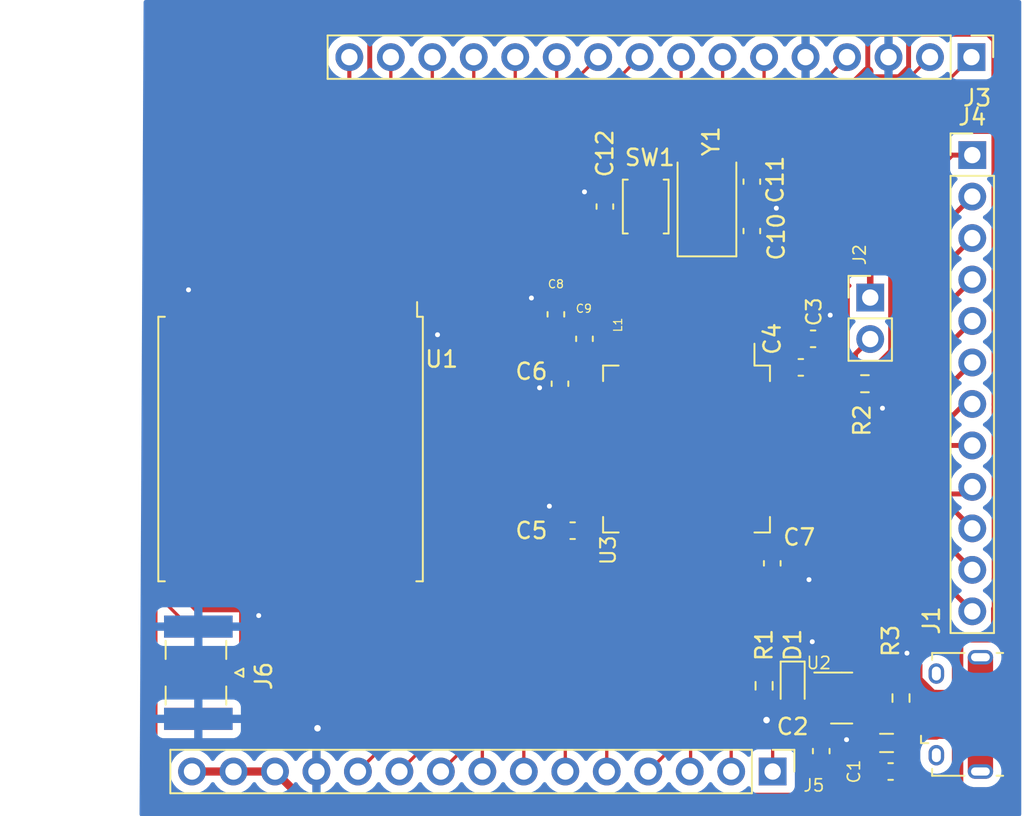
<source format=kicad_pcb>
(kicad_pcb (version 20211014) (generator pcbnew)
  (layers (0 "F.Cu" signal) (31 "B.Cu" signal) (34 "B.Paste" user) (35 "F.Paste" user) (36 "B.SilkS" user "B.Silkscreen") (37 "F.SilkS" user "F.Silkscreen") (38 "B.Mask" user) (39 "F.Mask" user) (44 "Edge.Cuts" user))
  (net 0 "")
  (net 1 "+3.3V")
  (net 2 "GND")
  (net 3 "+3.3VA")
  (net 4 "VCC")
  (net 5 "/RCC_OSC_IN")
  (net 6 "/RCC_OSC_OUT")
  (net 7 "RESET")
  (net 8 "Net-(D1-Pad1)")
  (net 9 "+5V")
  (net 10 "USB_D-")
  (net 11 "USB_D+")
  (net 14 "Net-(J2-Pad2)")
  (net 15 "PB8")
  (net 16 "PB9")
  (net 17 "VLCD")
  (net 18 "PC13")
  (net 19 "PC14")
  (net 20 "PC15")
  (net 21 "PC0")
  (net 22 "PC1")
  (net 23 "PC2")
  (net 24 "PC3")
  (net 25 "PA0")
  (net 26 "PA1")
  (net 27 "PA2")
  (net 28 "PA3")
  (net 29 "Net-(U1-Pad9)")
  (net 30 "SPI1_MISO")
  (net 31 "SPI1_MOSI")
  (net 32 "SPI1_SCK")
  (net 33 "RFM95_CS")
  (net 34 "RFM95_RESET")
  (net 35 "DIO5")
  (net 36 "DIO3")
  (net 37 "DIO4")
  (net 38 "DIO0")
  (net 39 "DIO1")
  (net 40 "DIO2")
  (net 41 "PB12")
  (net 42 "PB13")
  (net 43 "PB14")
  (net 44 "PB15")
  (net 45 "PC6")
  (net 46 "PC7")
  (net 47 "PC8")
  (net 48 "PC9")
  (net 49 "PA8")
  (net 50 "PA9")
  (net 51 "PA10")
  (net 52 "SWDIO")
  (net 53 "SWCLK")
  (net 54 "PA15")
  (net 55 "PC10")
  (net 56 "PC11")
  (net 57 "PC12")
  (net 58 "PD2")
  (net 59 "PB3")
  (net 60 "PB4")
  (net 61 "PB5")
  (net 62 "PB6")
  (net 63 "PB7")
  (footprint "Inductor_SMD:L_0805_2012Metric" (layer "F.Cu") (at 130.75 108 180)
    (fp_text reference "FB1" hide)
    (fp_text value "100R" hide)
  )
  (footprint "Capacitor_SMD:C_0603_1608Metric" (layer "F.Cu") (at 125.5 85)
    (fp_text reference "C4")
    (fp_text value "100n" hide)
  )
  (footprint "Package_QFP:LQFP-64_10x10mm_P0.5mm" (layer "F.Cu") (at 118.5 90 -90)
    (fp_text reference "U3")
    (fp_text value "STM32L053R8Tx" hide)
  )
  (footprint "Button_Switch_SMD:SW_SPST_B3U-1000P" (layer "F.Cu") (at 116 75.15 90)
    (fp_text reference "SW1")
    (fp_text value "SW_Push" hide)
  )
  (footprint "Capacitor_SMD:C_0603_1608Metric" (layer "F.Cu") (at 110.75 86 90)
    (fp_text reference "C6")
    (fp_text value "100n" hide)
  )
  (footprint "Capacitor_SMD:C_0603_1608Metric" (layer "F.Cu") (at 112.25 83.25 90)
    (fp_text reference "C9")
    (fp_text value "100n" hide)
  )
  (footprint "Connector_Coaxial:SMA_Samtec_SMA-J-P-X-ST-EM1_EdgeMount" (layer "F.Cu") (at 88.6 103.7 -90)
    (fp_text reference "J6")
    (fp_text value "Conn_Coaxial" hide)
  )
  (footprint "Connector_PinHeader_2.54mm:PinHeader_1x16_P2.54mm_Vertical" (layer "F.Cu") (at 135.95 66 -90)
    (fp_text reference "J3")
    (fp_text value "Conn_01x16_Male" hide)
  )
  (footprint "Capacitor_SMD:C_0603_1608Metric" (layer "F.Cu") (at 126.75 108.5 -90)
    (fp_text reference "C2")
    (fp_text value "1u" hide)
  )
  (footprint "Crystal:Crystal_SMD_5032-2Pin_5.0x3.2mm" (layer "F.Cu") (at 119.75 75.15 90)
    (fp_text reference "Y1")
    (fp_text value "8MHz" hide)
  )
  (footprint "Connector_PinHeader_2.54mm:PinHeader_1x15_P2.54mm_Vertical" (layer "F.Cu") (at 123.775 109.75 -90)
    (fp_text reference "J5")
    (fp_text value "Conn_01x15_Male" hide)
  )
  (footprint "LED_SMD:LED_0603_1608Metric" (layer "F.Cu") (at 125 104.5 -90)
    (fp_text reference "D1")
    (fp_text value "GREEN" hide)
  )
  (footprint "Resistor_SMD:R_0603_1608Metric" (layer "F.Cu") (at 131.635 105.25 -90)
    (fp_text reference "R3")
    (fp_text value "1k5" hide)
  )
  (footprint "Package_TO_SOT_SMD:SOT-23" (layer "F.Cu") (at 128 105.25)
    (fp_text reference "U2")
    (fp_text value "XC6206P332MR" hide)
  )
  (footprint "Inductor_SMD:L_0402_1005Metric" (layer "F.Cu") (at 113.75 83.75 -90)
    (fp_text reference "L1")
    (fp_text value "27n" hide)
  )
  (footprint "Capacitor_SMD:C_0603_1608Metric" (layer "F.Cu") (at 110.5 81.75 90)
    (fp_text reference "C8")
    (fp_text value "1u" hide)
  )
  (footprint "Capacitor_SMD:C_0603_1608Metric" (layer "F.Cu") (at 122.5 76.65 90)
    (fp_text reference "C10")
    (fp_text value "30p" hide)
  )
  (footprint "RF_Module:HOPERF_RFM9XW_SMD" (layer "F.Cu") (at 94.25 90 -90)
    (fp_text reference "U1")
    (fp_text value "RFM95W-868S2" hide)
  )
  (footprint "Capacitor_SMD:C_0603_1608Metric" (layer "F.Cu") (at 123.75 97 -90)
    (fp_text reference "C7")
    (fp_text value "100n" hide)
  )
  (footprint "Capacitor_SMD:C_0603_1608Metric" (layer "F.Cu") (at 111.525 95 180)
    (fp_text reference "C5")
    (fp_text value "100n" hide)
  )
  (footprint "Connector_PinHeader_2.54mm:PinHeader_1x02_P2.54mm_Vertical" (layer "F.Cu") (at 129.75 80.725)
    (fp_text reference "J2")
    (fp_text value "Conn_01x02_Male" hide)
  )
  (footprint "Resistor_SMD:R_0603_1608Metric" (layer "F.Cu") (at 129.425 86)
    (fp_text reference "R2")
    (fp_text value "10k" hide)
  )
  (footprint "Capacitor_SMD:C_0603_1608Metric" (layer "F.Cu") (at 122.5 73.625 -90)
    (fp_text reference "C11")
    (fp_text value "30p" hide)
  )
  (footprint "Connector_USB:USB_Micro-B_Amphenol_10118194_Horizontal" (layer "F.Cu") (at 135.2 106.25 90)
    (fp_text reference "J1")
    (fp_text value "USB_B_Micro" hide)
  )
  (footprint "Capacitor_SMD:C_0603_1608Metric" (layer "F.Cu") (at 113.5 75.15 90)
    (fp_text reference "C12")
    (fp_text value "100n" hide)
  )
  (footprint "Capacitor_SMD:C_0603_1608Metric" (layer "F.Cu") (at 131 109.75)
    (fp_text reference "C1")
    (fp_text value "1u" hide)
  )
  (footprint "Resistor_SMD:R_0603_1608Metric" (layer "F.Cu") (at 123.25 104.5 -90)
    (fp_text reference "R1")
    (fp_text value "1k5" hide)
  )
  (footprint "Capacitor_SMD:C_0603_1608Metric" (layer "F.Cu") (at 126.25 83.25)
    (fp_text reference "C3")
    (fp_text value "4u7" hide)
  )
  (footprint "Connector_PinHeader_2.54mm:PinHeader_1x12_P2.54mm_Vertical" (layer "F.Cu") (at 136 72)
    (fp_text reference "J4")
    (fp_text value "Conn_01x12_Male" hide)
  )
  (gr_arc (start 137.21967 63.78033) (mid 137.75 64) (end 137.96967 64.53033) (layer "F.Cu") (width 0.2))
  (gr_arc (start 86 80.3) (mid 86.21967 79.76967) (end 86.75 79.55) (layer "F.Cu") (width 0.2))
  (gr_line (start 96.5 63.75) (end 137.21967 63.78033) (layer "F.Cu") (width 0.2))
  (gr_arc (start 95.75 64.5) (mid 95.96967 63.96967) (end 96.5 63.75) (layer "F.Cu") (width 0.2))
  (gr_arc (start 86.75 112.05) (mid 86.21967 111.83033) (end 86 111.3) (layer "F.Cu") (width 0.2))
  (gr_arc (start 95.75 78.85) (mid 95.53033 79.38033) (end 95 79.6) (layer "F.Cu") (width 0.2))
  (gr_line (start 95.75 64.5) (end 95.75 78.85) (layer "F.Cu") (width 0.2))
  (gr_line (start 86 111.3) (end 86 99.3) (layer "F.Cu") (width 0.2))
  (gr_arc (start 138 111.25) (mid 137.78033 111.78033) (end 137.25 112) (layer "F.Cu") (width 0.2))
  (gr_line (start 137.96967 64.53033) (end 138 111.25) (layer "F.Cu") (width 0.2))
  (gr_line (start 86 80.3) (end 86 99.3) (layer "F.Cu") (width 0.2))
  (gr_line (start 137.25 112) (end 86.75 112.05) (layer "F.Cu") (width 0.2))
  (gr_line (start 95 79.6) (end 86.75 79.55) (layer "F.Cu") (width 0.2))
  (segment (start 133.5 70.5) (end 137.25 70.5) (width 0.4) (layer "F.Cu") (net 1))
  (segment (start 114.75 93.75) (end 118.5 90) (width 0.5) (layer "F.Cu") (net 1))
  (segment (start 95.25 100.25) (end 108 100.25) (width 0.7) (layer "F.Cu") (net 1))
  (segment (start 127.775 108.728984) (end 127.775 111.175) (width 0.7) (layer "F.Cu") (net 1))
  (segment (start 124.275 86.15) (end 124.725 85.7) (width 0.5) (layer "F.Cu") (net 1))
  (segment (start 124.725 84.025) (end 124.725 85) (width 0.5) (layer "F.Cu") (net 1))
  (segment (start 137 64.5) (end 132.1 64.5) (width 0.5) (layer "F.Cu") (net 1))
  (segment (start 127 79) (end 125.3 80.7) (width 0.7) (layer "F.Cu") (net 1))
  (segment (start 137.434646 87.267474) (end 137.433586 87.266414) (width 0.5) (layer "F.Cu") (net 1))
  (segment (start 95.25 98) (end 95.25 100.25) (width 0.7) (layer "F.Cu") (net 1))
  (segment (start 112.825 87.25) (end 111.225 87.25) (width 0.3) (layer "F.Cu") (net 1))
  (segment (start 122.35 95.775) (end 122.35 95.675) (width 0.5) (layer "F.Cu") (net 1))
  (segment (start 99.1 73.6) (end 104.45 78.95) (width 0.3) (layer "F.Cu") (net 1))
  (segment (start 99.1 65.1) (end 99.1 73.6) (width 0.3) (layer "F.Cu") (net 1))
  (segment (start 127 69.5) (end 127 79) (width 0.7) (layer "F.Cu") (net 1))
  (segment (start 124.725 85.7) (end 124.725 85) (width 0.5) (layer "F.Cu") (net 1))
  (segment (start 125.3 83.075) (end 125.475 83.25) (width 0.7) (layer "F.Cu") (net 1))
  (segment (start 127.95 111.35) (end 135.1 111.35) (width 0.7) (layer "F.Cu") (net 1))
  (segment (start 94.845 111.3) (end 127.65 111.3) (width 0.5) (layer "F.Cu") (net 1))
  (segment (start 132.1 64.5) (end 129.75 64.5) (width 0.5) (layer "F.Cu") (net 1))
  (segment (start 135.1 111.35) (end 135.1 101.85) (width 0.7) (layer "F.Cu") (net 1))
  (segment (start 126.75 106.5125) (end 127.0625 106.2) (width 0.7) (layer "F.Cu") (net 1))
  (segment (start 104.45 78.95) (end 111.063604 78.95) (width 0.3) (layer "F.Cu") (net 1))
  (segment (start 123.75 96.225) (end 122.8 96.225) (width 0.5) (layer "F.Cu") (net 1))
  (segment (start 135.1 101.85) (end 135 101.75) (width 0.7) (layer "F.Cu") (net 1))
  (segment (start 121.6 86.1) (end 121.65 86.15) (width 0.5) (layer "F.Cu") (net 1))
  (segment (start 113.75 81.636396) (end 113.75 83.265) (width 0.3) (layer "F.Cu") (net 1))
  (segment (start 118.5 89.25) (end 118.5 89.2) (width 0.5) (layer "F.Cu") (net 1))
  (segment (start 90.755 109.75) (end 88.215 109.75) (width 0.5) (layer "F.Cu") (net 1))
  (segment (start 131.635 104.425) (end 131.635 104.39505) (width 0.7) (layer "F.Cu") (net 1))
  (segment (start 112.3 95) (end 113.5 95) (width 0.5) (layer "F.Cu") (net 1))
  (segment (start 129.75 64.5) (end 99.7 64.5) (width 0.3) (layer "F.Cu") (net 1))
  (segment (start 137.423934 70.673934) (end 137.25 70.5) (width 0.5) (layer "F.Cu") (net 1))
  (segment (start 127.775 111.175) (end 127.95 111.35) (width 0.7) (layer "F.Cu") (net 1))
  (segment (start 137.4 99.8) (end 137.441371 99.758629) (width 0.5) (layer "F.Cu") (net 1))
  (segment (start 137.433586 85.966603) (end 137.423934 71.100049) (width 0.5) (layer "F.Cu") (net 1))
  (segment (start 125 105.2875) (end 126.15 105.2875) (width 0.7) (layer "F.Cu") (net 1))
  (segment (start 111.225 87.25) (end 110.75 86.775) (width 0.3) (layer "F.Cu") (net 1))
  (segment (start 131.5 67.2) (end 129.9 67.2) (width 0.3) (layer "F.Cu") (net 1))
  (segment (start 112.825 87.25) (end 116.5 87.25) (width 0.3) (layer "F.Cu") (net 1))
  (segment (start 123.75 96.225) (end 127.725 96.225) (width 0.5) (layer "F.Cu") (net 1))
  (segment (start 118.5 89.2) (end 121.6 86.1) (width 0.5) (layer "F.Cu") (net 1))
  (segment (start 137.441371 99.758629) (end 137.441371 97.958629) (width 0.5) (layer "F.Cu") (net 1))
  (segment (start 93.295 109.75) (end 94.845 111.3) (width 0.5) (layer "F.Cu") (net 1))
  (segment (start 135 101.75) (end 133.25 101.75) (width 0.5) (layer "F.Cu") (net 1))
  (segment (start 93.295 109.75) (end 90.755 109.75) (width 0.5) (layer "F.Cu") (net 1))
  (segment (start 135.15 101.6) (end 137.3 101.6) (width 0.5) (layer "F.Cu") (net 1))
  (segment (start 112.3 95) (end 112.3 94.275) (width 0.5) (layer "F.Cu") (net 1))
  (segment (start 137.419923 64.919923) (end 137.421144 66.800051) (width 0.5) (layer "F.Cu") (net 1))
  (segment (start 125.3 80.7) (end 125.3 83.075) (width 0.7) (layer "F.Cu") (net 1))
  (segment (start 129.6 66.9) (end 127 69.5) (width 0.7) (layer "F.Cu") (net 1))
  (segment (start 116.5 87.25) (end 118.5 89.25) (width 0.3) (layer "F.Cu") (net 1))
  (segment (start 129.869975 99.880025) (end 130.625 99.125) (width 0.7) (layer "F.Cu") (net 1))
  (segment (start 131.635 104.39505) (end 129.869975 102.630025) (width 0.7) (layer "F.Cu") (net 1))
  (segment (start 137.4 101.5) (end 137.4 99.8) (width 0.5) (layer "F.Cu") (net 1))
  (segment (start 129.75 74.25) (end 133.5 70.5) (width 0.4) (layer "F.Cu") (net 1))
  (segment (start 137.419923 64.919923) (end 137 64.5) (width 0.5) (layer "F.Cu") (net 1))
  (segment (start 112.3 95.95) (end 112.3 95) (width 0.7) (layer "F.Cu") (net 1))
  (segment (start 137.434646 87.600042) (end 137.434646 87.267474) (width 0.5) (layer "F.Cu") (net 1))
  (segment (start 112.3 94.275) (end 112.725 93.85) (width 0.5) (layer "F.Cu") (net 1))
  (segment (start 129.6 64.65) (end 129.75 64.5) (width 0.3) (layer "F.Cu") (net 1))
  (segment (start 137.421144 66.800051) (end 137.421144 70.328856) (width 0.5) (layer "F.Cu") (net 1))
  (segment (start 126.15 105.2875) (end 127.0625 106.2) (width 0.7) (layer "F.Cu") (net 1))
  (segment (start 132.1 64.5) (end 132.1 66.6) (width 0.3) (layer "F.Cu") (net 1))
  (segment (start 125.475 83.25) (end 125.25 83.025) (width 0.3) (layer "F.Cu") (net 1))
  (segment (start 127.65 111.3) (end 127.775 111.175) (width 0.5) (layer "F.Cu") (net 1))
  (segment (start 113.5 95) (end 114.75 93.75) (width 0.5) (layer "F.Cu") (net 1))
  (segment (start 126.75 107.725) (end 126.771016 107.725) (width 0.7) (layer "F.Cu") (net 1))
  (segment (start 130.625 99.125) (end 133.25 101.75) (width 0.5) (layer "F.Cu") (net 1))
  (segment (start 137.421144 70.328856) (end 137.25 70.5) (width 0.5) (layer "F.Cu") (net 1))
  (segment (start 135 101.75) (end 135.15 101.6) (width 0.5) (layer "F.Cu") (net 1))
  (segment (start 122.8 96.225) (end 122.35 95.775) (width 0.5) (layer "F.Cu") (net 1))
  (segment (start 132.1 66.6) (end 131.5 67.2) (width 0.3) (layer "F.Cu") (net 1))
  (segment (start 125.475 83.275) (end 124.725 84.025) (width 0.5) (layer "F.Cu") (net 1))
  (segment (start 112.725 93.85) (end 112.825 93.85) (width 0.5) (layer "F.Cu") (net 1))
  (segment (start 137.433586 87.266414) (end 137.433586 85.966603) (width 0.5) (layer "F.Cu") (net 1))
  (segment (start 129.869975 102.630025) (end 129.869975 99.880025) (width 0.7) (layer "F.Cu") (net 1))
  (segment (start 127.725 96.225) (end 130.625 99.125) (width 0.5) (layer "F.Cu") (net 1))
  (segment (start 126.771016 107.725) (end 127.775 108.728984) (width 0.7) (layer "F.Cu") (net 1))
  (segment (start 111.063604 78.95) (end 113.75 81.636396) (width 0.3) (layer "F.Cu") (net 1))
  (segment (start 137.423934 71.100049) (end 137.423934 70.673934) (width 0.5) (layer "F.Cu") (net 1))
  (segment (start 129.9 67.2) (end 129.6 66.9) (width 0.3) (layer "F.Cu") (net 1))
  (segment (start 137.3 101.6) (end 137.4 101.5) (width 0.5) (layer "F.Cu") (net 1))
  (segment (start 126.75 107.725) (end 126.75 106.5125) (width 0.7) (layer "F.Cu") (net 1))
  (segment (start 125.475 83.25) (end 125.475 83.275) (width 0.5) (layer "F.Cu") (net 1))
  (segment (start 118.5 90) (end 118.5 89.25) (width 0.5) (layer "F.Cu") (net 1))
  (segment (start 129.6 66.9) (end 129.6 64.65) (width 0.3) (layer "F.Cu") (net 1))
  (segment (start 108 100.25) (end 112.3 95.95) (width 0.7) (layer "F.Cu") (net 1))
  (segment (start 121.65 86.15) (end 124.275 86.15) (width 0.5) (layer "F.Cu") (net 1))
  (segment (start 137.441371 97.958629) (end 137.434646 87.600042) (width 0.5) (layer "F.Cu") (net 1))
  (segment (start 99.7 64.5) (end 99.1 65.1) (width 0.3) (layer "F.Cu") (net 1))
  (segment (start 129.75 80.725) (end 129.75 74.25) (width 0.4) (layer "F.Cu") (net 1))
  (segment (start 112.375 74.375) (end 112.25 74.25) (width 0.3) (layer "F.Cu") (net 2))
  (segment (start 127.0625 104.3) (end 127.1 104.3) (width 0.3) (layer "F.Cu") (net 2))
  (segment (start 109.725 86.25) (end 110.75 85.225) (width 0.3) (layer "F.Cu") (net 2))
  (segment (start 130.5 87.5) (end 130.5 86.25) (width 0.3) (layer "F.Cu") (net 2))
  (segment (start 124 75.25) (end 123 75.25) (width 0.3) (layer "F.Cu") (net 2))
  (segment (start 116.85 86.65) (end 116.75 86.75) (width 0.3) (layer "F.Cu") (net 2))
  (segment (start 101.25 82) (end 102.25 82) (width 0.3) (layer "F.Cu") (net 2))
  (segment (start 122.973959 97.775) (end 123.75 97.775) (width 0.3) (layer "F.Cu") (net 2))
  (segment (start 131.45 110.65) (end 129.836827 110.65) (width 0.3) (layer "F.Cu") (net 2))
  (segment (start 116.75 85.401472) (end 116.85 85.501472) (width 0.3) (layer "F.Cu") (net 2))
  (segment (start 111.948959 93.25) (end 110.75 94.448959) (width 0.3) (layer "F.Cu") (net 2))
  (segment (start 116.85 85.501472) (end 116.85 86.65) (width 0.3) (layer "F.Cu") (net 2))
  (segment (start 90.45 99.3) (end 91.4 99.3) (width 0.2) (layer "F.Cu") (net 2))
  (segment (start 87.85 96.6) (end 89.25 98) (width 0.2) (layer "F.Cu") (net 2))
  (segment (start 111.85 86.75) (end 112.825 86.75) (width 0.3) (layer "F.Cu") (net 2))
  (segment (start 126.275 84) (end 127.025 83.25) (width 0.3) (layer "F.Cu") (net 2))
  (segment (start 88.6 106.525) (end 95.325 106.525) (width 0.4) (layer "F.Cu") (net 2))
  (segment (start 126.275 85.526041) (end 126.275 85) (width 0.3) (layer "F.Cu") (net 2))
  (segment (start 133.8 104.95) (end 133.612563 104.95) (width 0.4) (layer "F.Cu") (net 2))
  (segment (start 126.075 109.275) (end 126.75 109.275) (width 0.25) (layer "F.Cu") (net 2))
  (segment (start 123 75.25) (end 122.5 75.75) (width 0.3) (layer "F.Cu") (net 2))
  (segment (start 92.3 100.2) (end 95.325 103.225) (width 0.4) (layer "F.Cu") (net 2))
  (segment (start 126.592894 101.8) (end 126.2 101.8) (width 0.3) (layer "F.Cu") (net 2))
  (segment (start 116.75 86.75) (end 112.825 86.75) (width 0.3) (layer "F.Cu") (net 2))
  (segment (start 128.3 108.016834) (end 128.3 107.8) (width 0.3) (layer "F.Cu") (net 2))
  (segment (start 122.5 74.75) (end 123 75.25) (width 0.3) (layer "F.Cu") (net 2))
  (segment (start 125.051041 86.75) (end 126.275 85.526041) (width 0.3) (layer "F.Cu") (net 2))
  (segment (start 88.025 100.875) (end 86.45 99.3) (width 0.2) (layer "F.Cu") (net 2))
  (segment (start 130.5 86.25) (end 130.25 86) (width 0.3) (layer "F.Cu") (net 2))
  (segment (start 86.7 96.6) (end 87.85 96.6) (width 0.2) (layer "F.Cu") (net 2))
  (segment (start 110.75 80.975) (end 112.25 82.475) (width 0.3) (layer "F.Cu") (net 2))
  (segment (start 95.835 107.165) (end 95.9 107.1) (width 0.5) (layer "F.Cu") (net 2))
  (segment (start 110.75 95) (end 110.75 94.15) (width 0.5) (layer "F.Cu") (net 2))
  (segment (start 110.75 85.225) (end 111.7 86.175) (width 0.3) (layer "F.Cu") (net 2))
  (segment (start 110.275 80.75) (end 110.5 80.975) (width 0.3) (layer "F.Cu") (net 2))
  (segment (start 121.75 96.551041) (end 122.973959 97.775) (width 0.3) (layer "F.Cu") (net 2))
  (segment (start 122.5 74.4) (end 122.5 74.75) (width 0.3) (layer "F.Cu") (net 2))
  (segment (start 125.7 108.3) (end 125.7 108.9) (width 0.25) (layer "F.Cu") (net 2))
  (segment (start 89.25 98) (end 89.25 98.1) (width 0.2) (layer "F.Cu") (net 2))
  (segment (start 123.4 105.475) (end 123.25 105.325) (width 0.25) (layer "F.Cu") (net 2))
  (segment (start 127.025 82.075) (end 127.3 81.8) (width 0.5) (layer "F.Cu") (net 2))
  (segment (start 95.325 103.225) (end 95.325 106.525) (width 0.4) (layer "F.Cu") (net 2))
  (segment (start 112.825 93.25) (end 111.948959 93.25) (width 0.3) (layer "F.Cu") (net 2))
  (segment (start 132.75 103.25) (end 132 102.5) (width 0.4) (layer "F.Cu") (net 2))
  (segment (start 123.4 107) (end 124.4 108) (width 0.25) (layer "F.Cu") (net 2))
  (segment (start 89.25 98.1) (end 90.45 99.3) (width 0.2) (layer "F.Cu") (net 2))
  (segment (start 121.75 95.675) (end 121.75 96.551041) (width 0.3) (layer "F.Cu") (net 2))
  (segment (start 125.775 97.775) (end 126 98) (width 0.3) (layer "F.Cu") (net 2))
  (segment (start 122.5 75.75) (end 122.5 75.875) (width 0.3) (layer "F.Cu") (net 2))
  (segment (start 102.25 82) (end 103.25 83) (width 0.3) (layer "F.Cu") (net 2))
  (segment (start 124.4 108) (end 125.4 108) (width 0.25) (layer "F.Cu") (net 2))
  (segment (start 124.175 86.75) (end 125.051041 86.75) (width 0.3) (layer "F.Cu") (net 2))
  (segment (start 125.4 108) (end 125.7 108.3) (width 0.25) (layer "F.Cu") (net 2))
  (segment (start 86.45 99.3) (end 86.45 96.85) (width 0.2) (layer "F.Cu") (net 2))
  (segment (start 113.5 74.375) (end 114.425 73.45) (width 0.25) (layer "F.Cu") (net 2))
  (segment (start 129.4 110.213173) (end 129.4 109.116834) (width 0.3) (layer "F.Cu") (net 2))
  (segment (start 110.75 94.15) (end 110.1 93.5) (width 0.5) (layer "F.Cu") (net 2))
  (segment (start 109.5 86.25) (end 109.725 86.25) (width 0.3) (layer "F.Cu") (net 2))
  (segment (start 128.096447 103.303553) (end 126.592894 101.8) (width 0.3) (layer "F.Cu") (net 2))
  (segment (start 123.4 106.6) (end 123.4 107) (width 0.25) (layer "F.Cu") (net 2))
  (segment (start 127.1 104.3) (end 128.096447 103.303553) (width 0.3) (layer "F.Cu") (net 2))
  (segment (start 110.5 80.975) (end 110.75 80.975) (width 0.3) (layer "F.Cu") (net 2))
  (segment (start 87.25 81) (end 88 80.25) (width 0.3) (layer "F.Cu") (net 2))
  (segment (start 132.75 104.087437) (end 132.75 103.25) (width 0.4) (layer "F.Cu") (net 2))
  (segment (start 91.4 99.3) (end 92.3 100.2) (width 0.2) (layer "F.Cu") (net 2))
  (segment (start 114.425 73.45) (end 116 73.45) (width 0.25) (layer "F.Cu") (net 2))
  (segment (start 123.4 106.6) (end 123.4 105.475) (width 0.25) (layer "F.Cu") (net 2))
  (segment (start 127.025 83.25) (end 127.025 82.075) (width 0.5) (layer "F.Cu") (net 2))
  (segment (start 113.5 74.375) (end 112.375 74.375) (width 0.3) (layer "F.Cu") (net 2))
  (segment (start 109 80.75) (end 110.275 80.75) (width 0.3) (layer "F.Cu") (net 2))
  (segment (start 110.75 94.448959) (end 110.75 95) (width 0.3) (layer "F.Cu") (net 2))
  (segment (start 133.612563 104.95) (end 132.75 104.087437) (width 0.4) (layer "F.Cu") (net 2))
  (segment (start 129.4 109.116834) (end 128.3 108.016834) (width 0.3) (layer "F.Cu") (net 2))
  (segment (start 86.45 96.85) (end 86.7 96.6) (width 0.2) (layer "F.Cu") (net 2))
  (segment (start 95.325 106.525) (end 95.9 107.1) (width 0.4) (layer "F.Cu") (net 2))
  (segment (start 111.7 86.6) (end 111.85 86.75) (width 0.3) (layer "F.Cu") (net 2))
  (segment (start 125.7 108.9) (end 126.075 109.275) (width 0.25) (layer "F.Cu") (net 2))
  (segment (start 111.7 86.175) (end 111.7 86.6) (width 0.3) (layer "F.Cu") (net 2))
  (segment (start 126.275 85) (end 126.275 84) (width 0.3) (layer "F.Cu") (net 2))
  (segment (start 131.775 110.325) (end 131.45 110.65) (width 0.3) (layer "F.Cu") (net 2))
  (segment (start 129.836827 110.65) (end 129.4 110.213173) (width 0.3) (layer "F.Cu") (net 2))
  (segment (start 88.6 100.875) (end 88.025 100.875) (width 0.2) (layer "F.Cu") (net 2))
  (segment (start 131.775 109.75) (end 131.775 110.325) (width 0.3) (layer "F.Cu") (net 2))
  (segment (start 116.75 84.325) (end 116.75 85.401472) (width 0.3) (layer "F.Cu") (net 2))
  (segment (start 95.835 109.75) (end 95.835 107.165) (width 0.5) (layer "F.Cu") (net 2))
  (segment (start 123.75 97.775) (end 125.775 97.775) (width 0.3) (layer "F.Cu") (net 2))
  (segment (start 87.25 82) (end 87.25 81) (width 0.3) (layer "F.Cu") (net 2))
  (via (at 128.3 107.8) (size 0.7) (drill 0.3) (layers "F.Cu" "B.Cu") (net 2))
  (via (at 130.5 87.5) (size 0.7) (drill 0.3) (layers "F.Cu" "B.Cu") (net 2))
  (via (at 95.9 107.1) (size 0.8) (drill 0.4) (layers "F.Cu" "B.Cu") (net 2))
  (via (at 126 98) (size 0.7) (drill 0.3) (layers "F.Cu" "B.Cu") (net 2))
  (via (at 124 75.25) (size 0.7) (drill 0.3) (layers "F.Cu" "B.Cu") (net 2))
  (via (at 109 80.75) (size 0.7) (drill 0.3) (layers "F.Cu" "B.Cu") (net 2))
  (via (at 109.5 86.25) (size 0.7) (drill 0.3) (layers "F.Cu" "B.Cu") (net 2))
  (via (at 132 102.5) (size 0.7) (drill 0.3) (layers "F.Cu" "B.Cu") (net 2))
  (via (at 126.2 101.8) (size 0.7) (drill 0.3) (layers "F.Cu" "B.Cu") (net 2))
  (via (at 110.1 93.5) (size 0.7) (drill 0.3) (layers "F.Cu" "B.Cu") (net 2))
  (via (at 123.4 106.6) (size 0.8) (drill 0.4) (layers "F.Cu" "B.Cu") (net 2))
  (via (at 103.25 83) (size 0.7) (drill 0.3) (layers "F.Cu" "B.Cu") (net 2))
  (via (at 127.3 81.8) (size 0.7) (drill 0.3) (layers "F.Cu" "B.Cu") (net 2))
  (via (at 112.25 74.25) (size 0.7) (drill 0.3) (layers "F.Cu" "B.Cu") (net 2))
  (via (at 92.3 100.2) (size 0.7) (drill 0.3) (layers "F.Cu" "B.Cu") (net 2))
  (via (at 88 80.25) (size 0.7) (drill 0.3) (layers "F.Cu" "B.Cu") (net 2))
  (segment (start 114 85.5) (end 114.25 85.75) (width 0.5) (layer "F.Cu") (net 3))
  (segment (start 112.46 84.235) (end 112.25 84.025) (width 0.5) (layer "F.Cu") (net 3))
  (segment (start 113.75 85.25) (end 114 85.5) (width 0.5) (layer "F.Cu") (net 3))
  (segment (start 113.75 84.235) (end 112.46 84.235) (width 0.5) (layer "F.Cu") (net 3))
  (segment (start 112.25 84.025) (end 112 84.025) (width 0.5) (layer "F.Cu") (net 3))
  (segment (start 114.25 85.75) (end 116.25 85.75) (width 0.5) (layer "F.Cu") (net 3))
  (segment (start 112 84.025) (end 110.5 82.525) (width 0.5) (layer "F.Cu") (net 3))
  (segment (start 116.25 84.325) (end 116.25 85.75) (width 0.3) (layer "F.Cu") (net 3))
  (segment (start 113.75 84.235) (end 113.75 85.25) (width 0.5) (layer "F.Cu") (net 3))
  (segment (start 128.9375 106.4375) (end 128.9375 105.25) (width 0.7) (layer "F.Cu") (net 4))
  (segment (start 129.6875 107.1875) (end 128.9375 106.4375) (width 0.7) (layer "F.Cu") (net 4))
  (segment (start 130.225 109.75) (end 130.225 108.5375) (width 0.7) (layer "F.Cu") (net 4))
  (segment (start 130.225 108.5375) (end 129.6875 108) (width 0.7) (layer "F.Cu") (net 4))
  (segment (start 129.6875 108) (end 129.6875 107.1875) (width 0.7) (layer "F.Cu") (net 4))
  (segment (start 120.25 84.325) (end 120.25 77.5) (width 0.2) (layer "F.Cu") (net 5))
  (segment (start 122.075 77) (end 122.5 77.425) (width 0.2) (layer "F.Cu") (net 5))
  (segment (start 119.75 77) (end 122.075 77) (width 0.2) (layer "F.Cu") (net 5))
  (segment (start 120.25 77.5) (end 119.75 77) (width 0.2) (layer "F.Cu") (net 5))
  (segment (start 119.75 73.3) (end 118.25 74.8) (width 0.2) (layer "F.Cu") (net 6))
  (segment (start 122.5 72.85) (end 122.05 73.3) (width 0.2) (layer "F.Cu") (net 6))
  (segment (start 119.75 79.75) (end 119.75 84.325) (width 0.2) (layer "F.Cu") (net 6))
  (segment (start 118.25 78.25) (end 119.75 79.75) (width 0.2) (layer "F.Cu") (net 6))
  (segment (start 122.05 73.3) (end 119.75 73.3) (width 0.2) (layer "F.Cu") (net 6))
  (segment (start 118.25 74.8) (end 118.25 78.25) (width 0.2) (layer "F.Cu") (net 6))
  (segment (start 119.25 84.325) (end 119.25 79.815686) (width 0.2) (layer "F.Cu") (net 7))
  (segment (start 113.5 75.925) (end 114.425 76.85) (width 0.2) (layer "F.Cu") (net 7))
  (segment (start 116.284314 76.85) (end 116 76.85) (width 0.2) (layer "F.Cu") (net 7))
  (segment (start 119.25 79.815686) (end 116.284314 76.85) (width 0.2) (layer "F.Cu") (net 7))
  (segment (start 114.425 76.85) (end 116 76.85) (width 0.2) (layer "F.Cu") (net 7))
  (segment (start 123.2875 103.7125) (end 123.25 103.675) (width 0.7) (layer "F.Cu") (net 8))
  (segment (start 125 103.7125) (end 123.2875 103.7125) (width 0.7) (layer "F.Cu") (net 8))
  (segment (start 133.8 107.55) (end 132.2625 107.55) (width 0.5) (layer "F.Cu") (net 9))
  (segment (start 132.2625 107.55) (end 131.8125 108) (width 0.5) (layer "F.Cu") (net 9))
  (segment (start 130.025 104.525) (end 130.025 105.775001) (width 0.3) (layer "F.Cu") (net 10))
  (segment (start 122.25 99.25) (end 124.75 99.25) (width 0.3) (layer "F.Cu") (net 10))
  (segment (start 120.25 95.675) (end 120.25 97.25) (width 0.3) (layer "F.Cu") (net 10))
  (segment (start 124.75 99.25) (end 130.025 104.525) (width 0.3) (layer "F.Cu") (net 10))
  (segment (start 131.149999 106.9) (end 133.8 106.9) (width 0.3) (layer "F.Cu") (net 10))
  (segment (start 120.25 97.25) (end 122.25 99.25) (width 0.3) (layer "F.Cu") (net 10))
  (segment (start 130.025 105.775001) (end 131.149999 106.9) (width 0.3) (layer "F.Cu") (net 10))
  (segment (start 131.81 106.25) (end 131.635 106.075) (width 0.3) (layer "F.Cu") (net 11))
  (segment (start 120.75 97.042894) (end 122.457106 98.75) (width 0.3) (layer "F.Cu") (net 11))
  (segment (start 122.457106 98.75) (end 125 98.75) (width 0.3) (layer "F.Cu") (net 11))
  (segment (start 131.075 106.075) (end 131.635 106.075) (width 0.3) (layer "F.Cu") (net 11))
  (segment (start 125 98.75) (end 130.525 104.275) (width 0.3) (layer "F.Cu") (net 11))
  (segment (start 130.525 105.525) (end 131.075 106.075) (width 0.3) (layer "F.Cu") (net 11))
  (segment (start 120.75 95.675) (end 120.75 97.042894) (width 0.3) (layer "F.Cu") (net 11))
  (segment (start 130.525 104.275) (end 130.525 105.525) (width 0.3) (layer "F.Cu") (net 11))
  (segment (start 133.8 106.25) (end 131.81 106.25) (width 0.3) (layer "F.Cu") (net 11))
  (segment (start 128.6 86) (end 128.85 85.75) (width 0.3) (layer "F.Cu") (net 14))
  (segment (start 126.35 88.25) (end 128.6 86) (width 0.3) (layer "F.Cu") (net 14))
  (segment (start 128.85 84.165) (end 129.75 83.265) (width 0.3) (layer "F.Cu") (net 14))
  (segment (start 128.85 85.75) (end 128.85 84.165) (width 0.3) (layer "F.Cu") (net 14))
  (segment (start 124.175 88.25) (end 126.35 88.25) (width 0.3) (layer "F.Cu") (net 14))
  (segment (start 134 68) (end 131.975686 68) (width 0.2) (layer "F.Cu") (net 15))
  (segment (start 131.975686 68) (end 128.5 71.475686) (width 0.2) (layer "F.Cu") (net 15))
  (segment (start 125.5 87.75) (end 124.175 87.75) (width 0.2) (layer "F.Cu") (net 15))
  (segment (start 128.4 80.1) (end 128.4 84.85) (width 0.2) (layer "F.Cu") (net 15))
  (segment (start 135.95 66) (end 134 67.95) (width 0.2) (layer "F.Cu") (net 15))
  (segment (start 128.4 79.9) (end 128.5 80) (width 0.2) (layer "F.Cu") (net 15))
  (segment (start 128.4 84.85) (end 125.5 87.75) (width 0.2) (layer "F.Cu") (net 15))
  (segment (start 128.5 71.5) (end 128.4 71.6) (width 0.2) (layer "F.Cu") (net 15))
  (segment (start 128.4 71.6) (end 128.4 79.9) (width 0.2) (layer "F.Cu") (net 15))
  (segment (start 134 67.95) (end 134 68) (width 0.2) (layer "F.Cu") (net 15))
  (segment (start 128.5 71.475686) (end 128.5 71.5) (width 0.2) (layer "F.Cu") (net 15))
  (segment (start 128.5 80) (end 128.4 80.1) (width 0.2) (layer "F.Cu") (net 15))
  (segment (start 128 71.41) (end 133.41 66) (width 0.2) (layer "F.Cu") (net 16))
  (segment (start 124.175 87.25) (end 125.25 87.25) (width 0.2) (layer "F.Cu") (net 16))
  (segment (start 128 84.5) (end 128 71.41) (width 0.2) (layer "F.Cu") (net 16))
  (segment (start 125.25 87.25) (end 128 84.5) (width 0.2) (layer "F.Cu") (net 16))
  (segment (start 125.95 68.38) (end 128.33 66) (width 0.2) (layer "F.Cu") (net 17))
  (segment (start 125.247057 79.7) (end 125.95 78.997057) (width 0.2) (layer "F.Cu") (net 17))
  (segment (start 125.95 78.997057) (end 125.95 68.38) (width 0.2) (layer "F.Cu") (net 17))
  (segment (start 122.25 80) (end 122.55 79.7) (width 0.2) (layer "F.Cu") (net 17))
  (segment (start 122.25 84.325) (end 122.25 80) (width 0.2) (layer "F.Cu") (net 17))
  (segment (start 122.55 79.7) (end 125.247057 79.7) (width 0.2) (layer "F.Cu") (net 17))
  (segment (start 121.75 84.325) (end 121.75 79.881372) (width 0.2) (layer "F.Cu") (net 18))
  (segment (start 123.25 69.618628) (end 123.25 66) (width 0.2) (layer "F.Cu") (net 18))
  (segment (start 125.55 71.918629) (end 123.25 69.618628) (width 0.2) (layer "F.Cu") (net 18))
  (segment (start 121.75 79.881372) (end 122.331372 79.3) (width 0.2) (layer "F.Cu") (net 18))
  (segment (start 125.081371 79.3) (end 125.55 78.831371) (width 0.2) (layer "F.Cu") (net 18))
  (segment (start 125.55 78.831371) (end 125.55 71.918629) (width 0.2) (layer "F.Cu") (net 18))
  (segment (start 122.331372 79.3) (end 125.081371 79.3) (width 0.2) (layer "F.Cu") (net 18))
  (segment (start 125.15 78.665685) (end 125.15 72.084314) (width 0.2) (layer "F.Cu") (net 19))
  (segment (start 121.25 79.815686) (end 122.165686 78.9) (width 0.2) (layer "F.Cu") (net 19))
  (segment (start 125.15 72.084314) (end 120.71 67.644314) (width 0.2) (layer "F.Cu") (net 19))
  (segment (start 120.71 67.644314) (end 120.71 66) (width 0.2) (layer "F.Cu") (net 19))
  (segment (start 122.165686 78.9) (end 124.915685 78.9) (width 0.2) (layer "F.Cu") (net 19))
  (segment (start 121.25 84.325) (end 121.25 79.815686) (width 0.2) (layer "F.Cu") (net 19))
  (segment (start 124.915685 78.9) (end 125.15 78.665685) (width 0.2) (layer "F.Cu") (net 19))
  (segment (start 118.25 67.75) (end 118.17 67.67) (width 0.2) (layer "F.Cu") (net 20))
  (segment (start 122 78.5) (end 124.75 78.5) (width 0.2) (layer "F.Cu") (net 20))
  (segment (start 124.75 78.5) (end 124.75 72.25) (width 0.2) (layer "F.Cu") (net 20))
  (segment (start 120.25 67.75) (end 118.25 67.75) (width 0.2) (layer "F.Cu") (net 20))
  (segment (start 120.75 79.75) (end 122 78.5) (width 0.2) (layer "F.Cu") (net 20))
  (segment (start 124.75 72.25) (end 120.25 67.75) (width 0.2) (layer "F.Cu") (net 20))
  (segment (start 120.75 84.325) (end 120.75 79.75) (width 0.2) (layer "F.Cu") (net 20))
  (segment (start 118.17 67.67) (end 118.17 66) (width 0.2) (layer "F.Cu") (net 20))
  (segment (start 117.75 79.75) (end 118.75 80.75) (width 0.2) (layer "F.Cu") (net 21))
  (segment (start 111.4 75.15) (end 116 79.75) (width 0.2) (layer "F.Cu") (net 21))
  (segment (start 115.63 66) (end 111.4 70.23) (width 0.2) (layer "F.Cu") (net 21))
  (segment (start 116 79.75) (end 117.75 79.75) (width 0.2) (layer "F.Cu") (net 21))
  (segment (start 111.4 70.23) (end 111.4 75.15) (width 0.2) (layer "F.Cu") (net 21))
  (segment (start 118.75 80.75) (end 118.75 84.325) (width 0.2) (layer "F.Cu") (net 21))
  (segment (start 111.45 76.35) (end 111.981371 76.35) (width 0.2) (layer "F.Cu") (net 22))
  (segment (start 118.25 80.86863) (end 118.25 84.325) (width 0.2) (layer "F.Cu") (net 22))
  (segment (start 111.981371 76.35) (end 115.831371 80.2) (width 0.2) (layer "F.Cu") (net 22))
  (segment (start 111 68.09) (end 111 75.9) (width 0.2) (layer "F.Cu") (net 22))
  (segment (start 115.831371 80.2) (end 117.58137 80.2) (width 0.2) (layer "F.Cu") (net 22))
  (segment (start 113.09 66) (end 111 68.09) (width 0.2) (layer "F.Cu") (net 22))
  (segment (start 111 75.9) (end 111.45 76.35) (width 0.2) (layer "F.Cu") (net 22))
  (segment (start 117.58137 80.2) (end 118.25 80.86863) (width 0.2) (layer "F.Cu") (net 22))
  (segment (start 112.032843 76.967158) (end 115.665685 80.6) (width 0.2) (layer "F.Cu") (net 23))
  (segment (start 117.75 80.934315) (end 117.415685 80.6) (width 0.2) (layer "F.Cu") (net 23))
  (segment (start 110.55 76.55) (end 110.75 76.75) (width 0.2) (layer "F.Cu") (net 23))
  (segment (start 116.5 80.6) (end 117 80.6) (width 0.2) (layer "F.Cu") (net 23))
  (segment (start 117.415685 80.6) (end 116.85 80.6) (width 0.2) (layer "F.Cu") (net 23))
  (segment (start 110.75 76.75) (end 111.815685 76.75) (width 0.2) (layer "F.Cu") (net 23))
  (segment (start 110.55 66) (end 110.55 76.55) (width 0.2) (layer "F.Cu") (net 23))
  (segment (start 117.75 84.325) (end 117.75 80.934315) (width 0.2) (layer "F.Cu") (net 23))
  (segment (start 115.665685 80.6) (end 116.5 80.6) (width 0.2) (layer "F.Cu") (net 23))
  (segment (start 111.815685 76.75) (end 112.032843 76.967158) (width 0.2) (layer "F.Cu") (net 23))
  (segment (start 108.01 66) (end 108.01 77.19) (width 0.2) (layer "F.Cu") (net 24))
  (segment (start 115.447058 81) (end 117.25 81) (width 0.2) (layer "F.Cu") (net 24))
  (segment (start 108.01 77.19) (end 108 77.2) (width 0.2) (layer "F.Cu") (net 24))
  (segment (start 108 77.2) (end 111.7 77.2) (width 0.2) (layer "F.Cu") (net 24))
  (segment (start 111.7 77.252942) (end 115.447058 81) (width 0.2) (layer "F.Cu") (net 24))
  (segment (start 111.7 77.2) (end 111.7 77.252942) (width 0.2) (layer "F.Cu") (net 24))
  (segment (start 117.25 81) (end 117.25 84.325) (width 0.2) (layer "F.Cu") (net 24))
  (segment (start 105.47 77.088628) (end 105.981372 77.6) (width 0.2) (layer "F.Cu") (net 25))
  (segment (start 115.75 81.868628) (end 115.75 84.325) (width 0.2) (layer "F.Cu") (net 25))
  (segment (start 111.481372 77.6) (end 115.75 81.868628) (width 0.2) (layer "F.Cu") (net 25))
  (segment (start 105.981372 77.6) (end 111.481372 77.6) (width 0.2) (layer "F.Cu") (net 25))
  (segment (start 105.47 66) (end 105.47 77.088628) (width 0.2) (layer "F.Cu") (net 25))
  (segment (start 115.25 81.934314) (end 111.315686 78) (width 0.2) (layer "F.Cu") (net 26))
  (segment (start 111.315686 78) (end 105.815686 78) (width 0.2) (layer "F.Cu") (net 26))
  (segment (start 102.93 75.114314) (end 102.93 66) (width 0.2) (layer "F.Cu") (net 26))
  (segment (start 115.25 84.325) (end 115.25 81.934314) (width 0.2) (layer "F.Cu") (net 26))
  (segment (start 105.815686 78) (end 102.93 75.114314) (width 0.2) (layer "F.Cu") (net 26))
  (segment (start 100.39 73.14) (end 100.39 66) (width 0.2) (layer "F.Cu") (net 27))
  (segment (start 105.75 78.5) (end 100.39 73.14) (width 0.2) (layer "F.Cu") (net 27))
  (segment (start 111.25 78.5) (end 105.75 78.5) (width 0.2) (layer "F.Cu") (net 27))
  (segment (start 114.75 82) (end 111.25 78.5) (width 0.2) (layer "F.Cu") (net 27))
  (segment (start 114.75 84.325) (end 114.75 82) (width 0.2) (layer "F.Cu") (net 27))
  (segment (start 107.2 84.45) (end 97.85 75.1) (width 0.25) (layer "F.Cu") (net 28))
  (segment (start 112.825 86.25) (end 112.825 86.047183) (width 0.25) (layer "F.Cu") (net 28))
  (segment (start 97.85 75.1) (end 97.85 66) (width 0.25) (layer "F.Cu") (net 28))
  (segment (start 111.227817 84.45) (end 107.2 84.45) (width 0.25) (layer "F.Cu") (net 28))
  (segment (start 112.825 86.047183) (end 111.227817 84.45) (width 0.25) (layer "F.Cu") (net 28))
  (segment (start 91.192894 99.8) (end 88.5 99.8) (width 0.4) (layer "F.Cu") (net 29))
  (segment (start 89.6 103.7) (end 91.3 102) (width 0.4) (layer "F.Cu") (net 29))
  (segment (start 87.25 98.55) (end 87.25 98) (width 0.4) (layer "F.Cu") (net 29))
  (segment (start 88.4 103.7) (end 89.6 103.7) (width 0.4) (layer "F.Cu") (net 29))
  (segment (start 91.3 102) (end 91.3 99.907106) (width 0.4) (layer "F.Cu") (net 29))
  (segment (start 88.5 99.8) (end 87.25 98.55) (width 0.4) (layer "F.Cu") (net 29))
  (segment (start 91.3 99.907106) (end 91.192894 99.8) (width 0.4) (layer "F.Cu") (net 29))
  (segment (start 87.25 98.5) (end 87.25 98) (width 0.5) (layer "F.Cu") (net 29))
  (segment (start 88.4 103.7) (end 90.1 103.7) (width 0.5) (layer "F.Cu") (net 29))
  (segment (start 87.25 98.45) (end 87.25 98) (width 0.3) (layer "F.Cu") (net 29))
  (segment (start 99.25 82) (end 106 88.75) (width 0.25) (layer "F.Cu") (net 30))
  (segment (start 106 88.75) (end 112.825 88.75) (width 0.25) (layer "F.Cu") (net 30))
  (segment (start 97.25 82.15) (end 97.25 82) (width 0.25) (layer "F.Cu") (net 31))
  (segment (start 104.35 89.25) (end 97.25 82.15) (width 0.25) (layer "F.Cu") (net 31))
  (segment (start 112.825 89.25) (end 104.35 89.25) (width 0.25) (layer "F.Cu") (net 31))
  (segment (start 95.25 81.5) (end 96.25 80.5) (width 0.25) (layer "F.Cu") (net 32))
  (segment (start 109.65 88.25) (end 112.825 88.25) (width 0.25) (layer "F.Cu") (net 32))
  (segment (start 96.25 80.5) (end 101.9 80.5) (width 0.25) (layer "F.Cu") (net 32))
  (segment (start 101.9 80.5) (end 109.65 88.25) (width 0.25) (layer "F.Cu") (net 32))
  (segment (start 95.25 82) (end 95.25 81.5) (width 0.25) (layer "F.Cu") (net 32))
  (segment (start 112.825 89.75) (end 101 89.75) (width 0.25) (layer "F.Cu") (net 33))
  (segment (start 101 89.75) (end 93.25 82) (width 0.25) (layer "F.Cu") (net 33))
  (segment (start 99.5 90.25) (end 91.25 82) (width 0.25) (layer "F.Cu") (net 34))
  (segment (start 112.825 90.25) (end 99.5 90.25) (width 0.25) (layer "F.Cu") (net 34))
  (segment (start 90.25 80.5) (end 89.25 81.5) (width 0.25) (layer "F.Cu") (net 35))
  (segment (start 102.036396 80) (end 96 80) (width 0.25) (layer "F.Cu") (net 35))
  (segment (start 89.25 81.5) (end 89.25 82) (width 0.25) (layer "F.Cu") (net 35))
  (segment (start 95.5 80.5) (end 90.25 80.5) (width 0.25) (layer "F.Cu") (net 35))
  (segment (start 112.825 87.75) (end 109.786396 87.75) (width 0.25) (layer "F.Cu") (net 35))
  (segment (start 96 80) (end 95.5 80.5) (width 0.25) (layer "F.Cu") (net 35))
  (segment (start 109.786396 87.75) (end 102.036396 80) (width 0.25) (layer "F.Cu") (net 35))
  (segment (start 98.5 90.75) (end 91.25 98) (width 0.25) (layer "F.Cu") (net 36))
  (segment (start 112.825 90.75) (end 98.5 90.75) (width 0.25) (layer "F.Cu") (net 36))
  (segment (start 93.25 98) (end 99.95 91.3) (width 0.25) (layer "F.Cu") (net 37))
  (segment (start 105.3 91.25) (end 112.825 91.25) (width 0.25) (layer "F.Cu") (net 37))
  (segment (start 105.25 91.3) (end 105.3 91.25) (width 0.25) (layer "F.Cu") (net 37))
  (segment (start 99.95 91.3) (end 105.25 91.3) (width 0.25) (layer "F.Cu") (net 37))
  (segment (start 97.25 98) (end 103.5 91.75) (width 0.25) (layer "F.Cu") (net 38))
  (segment (start 103.5 91.75) (end 112.825 91.75) (width 0.25) (layer "F.Cu") (net 38))
  (segment (start 99.25 98) (end 105 92.25) (width 0.25) (layer "F.Cu") (net 39))
  (segment (start 105 92.25) (end 112.825 92.25) (width 0.25) (layer "F.Cu") (net 39))
  (segment (start 101.25 98) (end 106.5 92.75) (width 0.25) (layer "F.Cu") (net 40))
  (segment (start 106.5 92.75) (end 112.825 92.75) (width 0.25) (layer "F.Cu") (net 40))
  (segment (start 114.75 96.5) (end 114.75 95.675) (width 0.2) (layer "F.Cu") (net 41))
  (segment (start 107.125 101) (end 110.25 101) (width 0.2) (layer "F.Cu") (net 41))
  (segment (start 98.375 109.75) (end 107.125 101) (width 0.2) (layer "F.Cu") (net 41))
  (segment (start 110.25 101) (end 114.75 96.5) (width 0.2) (layer "F.Cu") (net 41))
  (segment (start 110.415685 101.4) (end 115.3 96.515685) (width 0.2) (layer "F.Cu") (net 42))
  (segment (start 100.915 109.75) (end 109.265 101.4) (width 0.2) (layer "F.Cu") (net 42))
  (segment (start 115.3 95.725) (end 115.25 95.675) (width 0.2) (layer "F.Cu") (net 42))
  (segment (start 115.3 96.515685) (end 115.3 95.725) (width 0.2) (layer "F.Cu") (net 42))
  (segment (start 109.265 101.4) (end 110.415685 101.4) (width 0.2) (layer "F.Cu") (net 42))
  (segment (start 103.455 109.75) (end 115.8 97.405) (width 0.2) (layer "F.Cu") (net 43))
  (segment (start 115.8 97.405) (end 115.8 95.45) (width 0.2) (layer "F.Cu") (net 43))
  (segment (start 115.75 95.5) (end 115.75 95.675) (width 0.2) (layer "F.Cu") (net 43))
  (segment (start 115.8 95.45) (end 115.75 95.5) (width 0.2) (layer "F.Cu") (net 43))
  (segment (start 105.995 109.75) (end 105.995 107.775686) (width 0.2) (layer "F.Cu") (net 44))
  (segment (start 105.995 107.775686) (end 116.25 97.520686) (width 0.2) (layer "F.Cu") (net 44))
  (segment (start 116.25 97.520686) (end 116.25 95.675) (width 0.2) (layer "F.Cu") (net 44))
  (segment (start 108.535 109.75) (end 108.535 105.801372) (width 0.2) (layer "F.Cu") (net 45))
  (segment (start 116.75 97.586372) (end 116.75 95.675) (width 0.2) (layer "F.Cu") (net 45))
  (segment (start 108.535 105.801372) (end 116.75 97.586372) (width 0.2) (layer "F.Cu") (net 45))
  (segment (start 111.075 103.827058) (end 117.25 97.652058) (width 0.2) (layer "F.Cu") (net 46))
  (segment (start 117.25 97.652058) (end 117.25 95.675) (width 0.2) (layer "F.Cu") (net 46))
  (segment (start 111.075 109.75) (end 111.075 103.827058) (width 0.2) (layer "F.Cu") (net 46))
  (segment (start 113.615 109.75) (end 113.615 101.852744) (width 0.2) (layer "F.Cu") (net 47))
  (segment (start 117.75 97.717744) (end 117.75 95.675) (width 0.2) (layer "F.Cu") (net 47))
  (segment (start 113.615 101.852744) (end 117.75 97.717744) (width 0.2) (layer "F.Cu") (net 47))
  (segment (start 118.25 107.655) (end 116.155 109.75) (width 0.2) (layer "F.Cu") (net 48))
  (segment (start 118.25 95.675) (end 118.25 107.655) (width 0.2) (layer "F.Cu") (net 48))
  (segment (start 118.75 109.695) (end 118.695 109.75) (width 0.2) (layer "F.Cu") (net 49))
  (segment (start 118.75 95.675) (end 118.75 109.695) (width 0.2) (layer "F.Cu") (net 49))
  (segment (start 119.25 95.675) (end 119.25 104.315686) (width 0.2) (layer "F.Cu") (net 50))
  (segment (start 121.235 106.300686) (end 121.235 109.75) (width 0.2) (layer "F.Cu") (net 50))
  (segment (start 119.25 104.315686) (end 121.235 106.300686) (width 0.2) (layer "F.Cu") (net 50))
  (segment (start 119.75 95.675) (end 119.75 104.25) (width 0.2) (layer "F.Cu") (net 51))
  (segment (start 123.775 108.275) (end 123.775 109.75) (width 0.2) (layer "F.Cu") (net 51))
  (segment (start 119.75 104.25) (end 123.775 108.275) (width 0.2) (layer "F.Cu") (net 51))
  (segment (start 130.56 94.5) (end 136 99.94) (width 0.3) (layer "F.Cu") (net 52))
  (segment (start 121.25 94.798959) (end 121.548959 94.5) (width 0.3) (layer "F.Cu") (net 52))
  (segment (start 121.548959 94.5) (end 130.56 94.5) (width 0.3) (layer "F.Cu") (net 52))
  (segment (start 121.25 95.675) (end 121.25 94.798959) (width 0.3) (layer "F.Cu") (net 52))
  (segment (start 136 97.4) (end 132.35 93.75) (width 0.3) (layer "F.Cu") (net 53))
  (segment (start 132.35 93.75) (end 124.175 93.75) (width 0.3) (layer "F.Cu") (net 53))
  (segment (start 136 94.86) (end 134.39 93.25) (width 0.3) (layer "F.Cu") (net 54))
  (segment (start 134.39 93.25) (end 124.175 93.25) (width 0.3) (layer "F.Cu") (net 54))
  (segment (start 135.57 92.75) (end 136 92.32) (width 0.3) (layer "F.Cu") (net 55))
  (segment (start 124.175 92.75) (end 135.57 92.75) (width 0.3) (layer "F.Cu") (net 55))
  (segment (start 133.72 89.78) (end 136 89.78) (width 0.3) (layer "F.Cu") (net 56))
  (segment (start 131.25 92.25) (end 133.72 89.78) (width 0.3) (layer "F.Cu") (net 56))
  (segment (start 124.175 92.25) (end 131.25 92.25) (width 0.3) (layer "F.Cu") (net 56))
  (segment (start 131 91.75) (end 135.51 87.24) (width 0.3) (layer "F.Cu") (net 57))
  (segment (start 135.51 87.24) (end 136 87.24) (width 0.3) (layer "F.Cu") (net 57))
  (segment (start 124.175 91.75) (end 131 91.75) (width 0.3) (layer "F.Cu") (net 57))
  (segment (start 134.5 87.371318) (end 134.5 86.2) (width 0.3) (layer "F.Cu") (net 58))
  (segment (start 124.175 91.25) (end 130.621318 91.25) (width 0.3) (layer "F.Cu") (net 58))
  (segment (start 134.5 86.2) (end 136 84.7) (width 0.3) (layer "F.Cu") (net 58))
  (segment (start 130.621318 91.25) (end 134.5 87.371318) (width 0.3) (layer "F.Cu") (net 58))
  (segment (start 133 88.164212) (end 133 85.16) (width 0.3) (layer "F.Cu") (net 59))
  (segment (start 130.414212 90.75) (end 133 88.164212) (width 0.3) (layer "F.Cu") (net 59))
  (segment (start 124.175 90.75) (end 130.414212 90.75) (width 0.3) (layer "F.Cu") (net 59))
  (segment (start 133 85.16) (end 136 82.16) (width 0.3) (layer "F.Cu") (net 59))
  (segment (start 130.207106 90.25) (end 132.5 87.957106) (width 0.3) (layer "F.Cu") (net 60))
  (segment (start 132.5 83.12) (end 136 79.62) (width 0.3) (layer "F.Cu") (net 60))
  (segment (start 124.175 90.25) (end 130.207106 90.25) (width 0.3) (layer "F.Cu") (net 60))
  (segment (start 132.5 87.957106) (end 132.5 83.12) (width 0.3) (layer "F.Cu") (net 60))
  (segment (start 132 87.75) (end 132 81.08) (width 0.3) (layer "F.Cu") (net 61))
  (segment (start 124.175 89.75) (end 130 89.75) (width 0.3) (layer "F.Cu") (net 61))
  (segment (start 130 89.75) (end 132 87.75) (width 0.3) (layer "F.Cu") (net 61))
  (segment (start 132 81.08) (end 136 77.08) (width 0.3) (layer "F.Cu") (net 61))
  (segment (start 131.5 79.04) (end 136 74.54) (width 0.3) (layer "F.Cu") (net 62))
  (segment (start 124.175 89.25) (end 129.75 89.25) (width 0.3) (layer "F.Cu") (net 62))
  (segment (start 131.5 87.5) (end 131.5 79.04) (width 0.3) (layer "F.Cu") (net 62))
  (segment (start 129.75 89.25) (end 131.5 87.5) (width 0.3) (layer "F.Cu") (net 62))
  (segment (start 127.102817 88.75) (end 129.5 86.352817) (width 0.3) (layer "F.Cu") (net 63))
  (segment (start 129.5 85.497183) (end 131 83.997183) (width 0.3) (layer "F.Cu") (net 63))
  (segment (start 134.75 72) (end 136 72) (width 0.3) (layer "F.Cu") (net 63))
  (segment (start 129.5 86.352817) (end 129.5 85.497183) (width 0.3) (layer "F.Cu") (net 63))
  (segment (start 131 75.75) (end 134.75 72) (width 0.3) (layer "F.Cu") (net 63))
  (segment (start 124.175 88.75) (end 127.102817 88.75) (width 0.3) (layer "F.Cu") (net 63))
  (segment (start 131 83.997183) (end 131 75.75) (width 0.3) (layer "F.Cu") (net 63))
  (zone (net 2) (net_name "GND") (layer "B.Cu") (connect_pads (clearance 0.508)) (min_thickness 0.254) (fill yes (thermal_gap 0.508) (thermal_bridge_width 0.508))
    (polygon (pts (xy 139 112.5) (xy 85 112.5) (xy 85.25 62.5) (xy 139 62.5)))
  )
)
</source>
